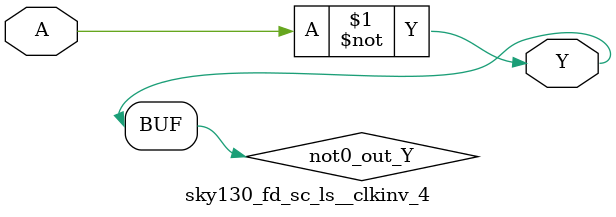
<source format=v>
/*
 * Copyright 2020 The SkyWater PDK Authors
 *
 * Licensed under the Apache License, Version 2.0 (the "License");
 * you may not use this file except in compliance with the License.
 * You may obtain a copy of the License at
 *
 *     https://www.apache.org/licenses/LICENSE-2.0
 *
 * Unless required by applicable law or agreed to in writing, software
 * distributed under the License is distributed on an "AS IS" BASIS,
 * WITHOUT WARRANTIES OR CONDITIONS OF ANY KIND, either express or implied.
 * See the License for the specific language governing permissions and
 * limitations under the License.
 *
 * SPDX-License-Identifier: Apache-2.0
*/


`ifndef SKY130_FD_SC_LS__CLKINV_4_FUNCTIONAL_V
`define SKY130_FD_SC_LS__CLKINV_4_FUNCTIONAL_V

/**
 * clkinv: Clock tree inverter.
 *
 * Verilog simulation functional model.
 */

`timescale 1ns / 1ps
`default_nettype none

`celldefine
module sky130_fd_sc_ls__clkinv_4 (
    Y,
    A
);

    // Module ports
    output Y;
    input  A;

    // Local signals
    wire not0_out_Y;

    //  Name  Output      Other arguments
    not not0 (not0_out_Y, A              );
    buf buf0 (Y         , not0_out_Y     );

endmodule
`endcelldefine

`default_nettype wire
`endif  // SKY130_FD_SC_LS__CLKINV_4_FUNCTIONAL_V

</source>
